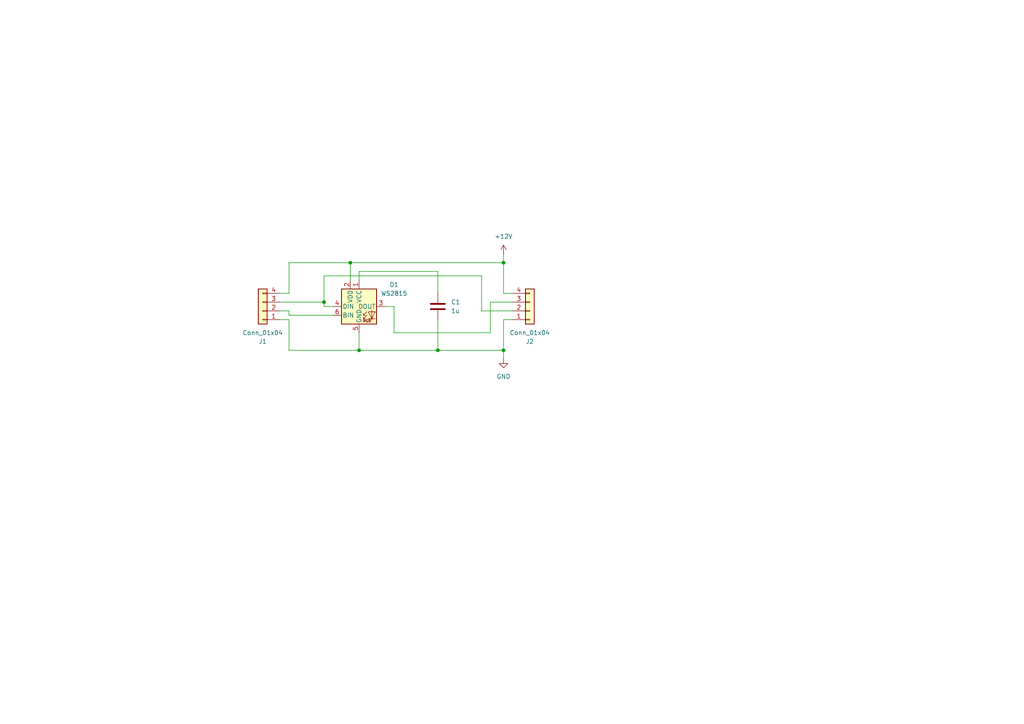
<source format=kicad_sch>
(kicad_sch (version 20231120) (generator "eeschema") (generator_version "8.0")
  (paper "A4")
  (lib_symbols
    (symbol "Connector_Generic:Conn_01x04" (pin_names (offset 1.016) hide)
      (property "Reference" "J" (at 0 5.08 0))
      (property "Value" "Conn_01x04" (at 0 -7.62 0))
      (symbol "Conn_01x04_1_1"
        (rectangle (start -1.27 -4.953) (end 0 -5.207) (stroke (width 0.1524)))
        (rectangle (start -1.27 -2.413) (end 0 -2.667) (stroke (width 0.1524)))
        (rectangle (start -1.27 0.127) (end 0 -0.127) (stroke (width 0.1524)))
        (rectangle (start -1.27 2.667) (end 0 2.413) (stroke (width 0.1524)))
        (rectangle (start -1.27 3.81) (end 1.27 -6.35) (stroke (width 0.254)) (fill (type background)))
        (pin passive line (at -5.08 2.54 0) (length 3.81) (name "Pin_1") (number "1"))
        (pin passive line (at -5.08 0 0) (length 3.81) (name "Pin_2") (number "2"))
        (pin passive line (at -5.08 -2.54 0) (length 3.81) (name "Pin_3") (number "3"))
        (pin passive line (at -5.08 -5.08 0) (length 3.81) (name "Pin_4") (number "4"))
      )
    )
    (symbol "Device:C" (pin_numbers hide) (pin_names (offset 0.254))
      (property "Reference" "C" (at 0.635 2.54 0))
      (property "Value" "C" (at 0.635 -2.54 0))
      (symbol "C_0_1"
        (polyline (pts (xy -2.032 -0.762) (xy 2.032 -0.762)) (stroke (width 0.508)))
        (polyline (pts (xy -2.032 0.762) (xy 2.032 0.762)) (stroke (width 0.508)))
      )
      (symbol "C_1_1"
        (pin passive line (at 0 3.81 270) (length 2.794) (name "~") (number "1"))
        (pin passive line (at 0 -3.81 90) (length 2.794) (name "~") (number "2"))
      )
    )
    (symbol "power:+12V" (power) (pin_numbers hide) (pin_names (offset 0) hide)
      (property "Value" "+12V" (at 0 3.556 0))
      (symbol "+12V_0_1"
        (polyline (pts (xy -0.762 1.27) (xy 0 2.54)))
        (polyline (pts (xy 0 0) (xy 0 2.54)))
        (polyline (pts (xy 0 2.54) (xy 0.762 1.27)))
      )
      (symbol "+12V_1_1"
        (pin power_in line (at 0 0 90) (length 0) (name "~") (number "1"))
      )
    )
    (symbol "power:GND" (power) (pin_numbers hide) (pin_names (offset 0) hide)
      (property "Value" "GND" (at 0 -3.81 0))
      (symbol "GND_0_1"
        (polyline (pts (xy 0 0) (xy 0 -1.27) (xy 1.27 -1.27) (xy 0 -2.54) (xy -1.27 -1.27) (xy 0 -1.27)))
      )
      (symbol "GND_1_1"
        (pin power_in line (at 0 0 270) (length 0) (name "~") (number "1"))
      )
    )
    (symbol "ws2815:WS2815" (pin_names (offset 0.254))
      (property "Reference" "D" (at 5.08 5.715 0))
      (property "Value" "WS2815" (at 1.27 -5.715 0))
      (symbol "WS2815_0_0"
        (text "RGB" (at 2.286 -4.191 0) (effects (font (size 0.762 0.762))))
      )
      (symbol "WS2815_0_1"
        (polyline (pts (xy 1.27 -3.556) (xy 1.778 -3.556)))
        (polyline (pts (xy 1.27 -2.54) (xy 1.778 -2.54)))
        (polyline (pts (xy 4.699 -3.556) (xy 2.667 -3.556)))
        (polyline (pts (xy 2.286 -2.54) (xy 1.27 -3.556) (xy 1.27 -3.048)))
        (polyline (pts (xy 2.286 -1.524) (xy 1.27 -2.54) (xy 1.27 -2.032)))
        (polyline (pts (xy 3.683 -1.016) (xy 3.683 -3.556) (xy 3.683 -4.064)))
        (polyline (pts (xy 4.699 -1.524) (xy 2.667 -1.524) (xy 3.683 -3.556) (xy 4.699 -1.524)))
        (rectangle (start 5.08 5.08) (end -5.08 -5.08) (stroke (width 0.254)) (fill (type background)))
      )
      (symbol "WS2815_1_1"
        (pin power_in line (at 0 7.62 270) (length 2.54) (name "VCC") (number "1"))
        (pin power_in line (at -2.54 7.62 270) (length 2.54) (name "VDD") (number "2"))
        (pin output line (at 7.62 0 180) (length 2.54) (name "DOUT") (number "3"))
        (pin input line (at -7.62 0 0) (length 2.54) (name "DIN") (number "4"))
        (pin power_in line (at 0 -7.62 90) (length 2.54) (name "GND") (number "5"))
        (pin input line (at -7.62 -2.54 0) (length 2.54) (name "BIN") (number "6"))
      )
    )
  )
  (junction (at 146.05 101.6))
  (junction (at 104.14 101.6))
  (junction (at 146.05 76.2))
  (junction (at 127 101.6))
  (junction (at 101.6 76.2))
  (junction (at 93.98 87.63))
  (wire (pts (xy 142.24 96.52) (xy 114.3 96.52)))
  (wire (pts (xy 83.82 91.44) (xy 83.82 90.17)))
  (wire (pts (xy 146.05 101.6) (xy 146.05 104.14)))
  (wire (pts (xy 146.05 101.6) (xy 146.05 92.71)))
  (wire (pts (xy 81.28 92.71) (xy 83.82 92.71)))
  (wire (pts (xy 93.98 87.63) (xy 93.98 80.01)))
  (wire (pts (xy 127 92.71) (xy 127 101.6)))
  (wire (pts (xy 127 101.6) (xy 146.05 101.6)))
  (wire (pts (xy 146.05 85.09) (xy 148.59 85.09)))
  (wire (pts (xy 96.52 88.9) (xy 93.98 88.9)))
  (wire (pts (xy 83.82 76.2) (xy 83.82 85.09)))
  (wire (pts (xy 104.14 101.6) (xy 104.14 96.52)))
  (wire (pts (xy 83.82 85.09) (xy 81.28 85.09)))
  (wire (pts (xy 81.28 87.63) (xy 93.98 87.63)))
  (wire (pts (xy 146.05 92.71) (xy 148.59 92.71)))
  (wire (pts (xy 104.14 81.28) (xy 104.14 78.74)))
  (wire (pts (xy 127 101.6) (xy 104.14 101.6)))
  (wire (pts (xy 96.52 91.44) (xy 83.82 91.44)))
  (wire (pts (xy 146.05 76.2) (xy 146.05 85.09)))
  (wire (pts (xy 148.59 87.63) (xy 142.24 87.63)))
  (wire (pts (xy 83.82 101.6) (xy 104.14 101.6)))
  (wire (pts (xy 93.98 88.9) (xy 93.98 87.63)))
  (wire (pts (xy 148.59 90.17) (xy 139.7 90.17)))
  (wire (pts (xy 101.6 76.2) (xy 83.82 76.2)))
  (wire (pts (xy 101.6 76.2) (xy 146.05 76.2)))
  (wire (pts (xy 114.3 96.52) (xy 114.3 88.9)))
  (wire (pts (xy 146.05 73.66) (xy 146.05 76.2)))
  (wire (pts (xy 93.98 80.01) (xy 139.7 80.01)))
  (wire (pts (xy 101.6 81.28) (xy 101.6 76.2)))
  (wire (pts (xy 114.3 88.9) (xy 111.76 88.9)))
  (wire (pts (xy 142.24 87.63) (xy 142.24 96.52)))
  (wire (pts (xy 127 78.74) (xy 127 85.09)))
  (wire (pts (xy 139.7 80.01) (xy 139.7 90.17)))
  (wire (pts (xy 83.82 92.71) (xy 83.82 101.6)))
  (wire (pts (xy 83.82 90.17) (xy 81.28 90.17)))
  (wire (pts (xy 104.14 78.74) (xy 127 78.74)))
  (symbol (lib_id "ws2815:WS2815") (at 104.14 88.9 0) (unit 1)
    (property "Reference" "D1" (at 114.3 82.5814 0))
    (property "Value" "WS2815" (at 114.3 85.1214 0))
    (property "Footprint" "LED_SMD:LED_WS2812_PLCC6_5.0x5.0mm_P1.6mm" (effects (hide yes)))
    (property "Datasheet" "http://www.normandled.com/upload/201605/WS2813%20LED%20Datasheet.pdf" (effects (hide yes)))
    (property "Description" "RGB LED with integrated controller" (effects (hide yes)))
  )
  (symbol (lib_id "Connector_Generic:Conn_01x04") (at 76.2 90.17 180) (unit 1)
    (property "Reference" "J1" (at 76.2 99.06 0))
    (property "Value" "Conn_01x04" (at 76.2 96.52 0))
    (property "Footprint" "WS2812B_Strip:strip_begin_2815" (effects (hide yes)))
    (property "Description" "Generic connector, single row, 01x04, script generated (kicad-library-utils/schlib/autogen/connector/)" (effects (hide yes)))
  )
  (symbol (lib_id "Connector_Generic:Conn_01x04") (at 153.67 90.17 0) (mirror x) (unit 1)
    (property "Reference" "J2" (at 153.67 99.06 0))
    (property "Value" "Conn_01x04" (at 153.67 96.52 0))
    (property "Footprint" "WS2812B_Strip:strip_end_2815" (effects (hide yes)))
    (property "Description" "Generic connector, single row, 01x04, script generated (kicad-library-utils/schlib/autogen/connector/)" (effects (hide yes)))
  )
  (symbol (lib_id "power:+12V") (at 146.05 73.66 0) (unit 1)
    (property "Reference" "#PWR02" (effects (hide yes)))
    (property "Value" "+12V" (at 146.05 68.58 0))
    (property "Description" "Power symbol creates a global label with name \"+12V\"" (effects (hide yes)))
  )
  (symbol (lib_id "power:GND") (at 146.05 104.14 0) (unit 1)
    (property "Reference" "#PWR01" (effects (hide yes)))
    (property "Value" "GND" (at 146.05 109.22 0))
    (property "Description" "Power symbol creates a global label with name \"GND\" , ground" (effects (hide yes)))
  )
  (symbol (lib_id "Device:C") (at 127 88.9 0) (unit 1)
    (property "Reference" "C1" (at 130.81 87.6299 0) (effects (justify left)))
    (property "Value" "1u" (at 130.81 90.1699 0) (effects (justify left)))
    (property "Footprint" "Capacitor_SMD:C_0603_1608Metric" (effects (hide yes)))
    (property "Description" "Unpolarized capacitor" (effects (hide yes)))
    (property "LCSC" "C15849" (effects (hide yes)))
  )
)
</source>
